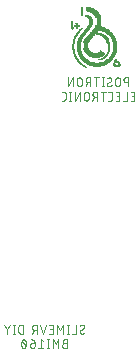
<source format=gbr>
G04 EAGLE Gerber RS-274X export*
G75*
%MOMM*%
%FSLAX34Y34*%
%LPD*%
%INSilkscreen Bottom*%
%IPPOS*%
%AMOC8*
5,1,8,0,0,1.08239X$1,22.5*%
G01*
%ADD10R,0.127000X0.025400*%
%ADD11R,0.203200X0.025400*%
%ADD12R,0.279400X0.025400*%
%ADD13R,0.177800X0.025400*%
%ADD14R,0.355600X0.025400*%
%ADD15R,0.381000X0.025400*%
%ADD16R,0.457200X0.025400*%
%ADD17R,0.736600X0.025400*%
%ADD18R,0.508000X0.025400*%
%ADD19R,0.914400X0.025400*%
%ADD20R,0.558800X0.025400*%
%ADD21R,1.092200X0.025400*%
%ADD22R,0.152400X0.025400*%
%ADD23R,0.584200X0.025400*%
%ADD24R,1.219200X0.025400*%
%ADD25R,1.371600X0.025400*%
%ADD26R,0.228600X0.025400*%
%ADD27R,1.473200X0.025400*%
%ADD28R,1.574800X0.025400*%
%ADD29R,1.651000X0.025400*%
%ADD30R,1.752600X0.025400*%
%ADD31R,1.828800X0.025400*%
%ADD32R,1.905000X0.025400*%
%ADD33R,0.889000X0.025400*%
%ADD34R,0.863600X0.025400*%
%ADD35R,0.711200X0.025400*%
%ADD36R,0.431800X0.025400*%
%ADD37R,0.685800X0.025400*%
%ADD38R,0.635000X0.025400*%
%ADD39R,0.406400X0.025400*%
%ADD40R,0.609600X0.025400*%
%ADD41R,0.330200X0.025400*%
%ADD42R,0.533400X0.025400*%
%ADD43R,0.304800X0.025400*%
%ADD44R,0.254000X0.025400*%
%ADD45R,0.482600X0.025400*%
%ADD46R,0.050800X0.025400*%
%ADD47R,0.838200X0.025400*%
%ADD48R,0.965200X0.025400*%
%ADD49R,1.041400X0.025400*%
%ADD50R,1.117600X0.025400*%
%ADD51R,1.270000X0.025400*%
%ADD52R,1.320800X0.025400*%
%ADD53R,1.422400X0.025400*%
%ADD54R,1.524000X0.025400*%
%ADD55R,1.549400X0.025400*%
%ADD56R,0.660400X0.025400*%
%ADD57R,0.101600X0.025400*%
%ADD58R,0.812800X0.025400*%
%ADD59R,1.295400X0.025400*%
%ADD60R,1.244600X0.025400*%
%ADD61R,1.193800X0.025400*%
%ADD62R,0.076200X0.025400*%
%ADD63R,1.066800X0.025400*%
%ADD64R,0.990600X0.025400*%
%ADD65R,0.025400X0.025400*%
%ADD66R,0.787400X0.025400*%
%ADD67R,0.762000X0.025400*%
%ADD68C,0.076200*%


D10*
X415290Y740410D03*
D11*
X415163Y740664D03*
D12*
X441960Y740918D03*
D13*
X414528Y740918D03*
D14*
X441833Y741172D03*
D15*
X424434Y741172D03*
D13*
X414020Y741172D03*
D16*
X441579Y741426D03*
D17*
X424434Y741426D03*
D13*
X413766Y741426D03*
D18*
X441579Y741680D03*
D19*
X424561Y741680D03*
D13*
X413258Y741680D03*
D20*
X441325Y741934D03*
D21*
X424434Y741934D03*
D22*
X412877Y741934D03*
D23*
X441452Y742188D03*
D24*
X424561Y742188D03*
D13*
X412496Y742188D03*
D22*
X443611Y742442D03*
D12*
X439674Y742442D03*
D25*
X424561Y742442D03*
D13*
X412242Y742442D03*
D22*
X443611Y742696D03*
D26*
X439420Y742696D03*
D27*
X424561Y742696D03*
D22*
X411861Y742696D03*
X443357Y742950D03*
D13*
X439166Y742950D03*
D28*
X424561Y742950D03*
D22*
X411607Y742950D03*
D13*
X443230Y743204D03*
D22*
X439039Y743204D03*
D29*
X424688Y743204D03*
D13*
X411226Y743204D03*
X443230Y743458D03*
D10*
X439166Y743458D03*
D30*
X424688Y743458D03*
D13*
X410972Y743458D03*
X442976Y743712D03*
D22*
X439293Y743712D03*
D31*
X424561Y743712D03*
D22*
X410591Y743712D03*
D11*
X442849Y743966D03*
D22*
X439293Y743966D03*
D32*
X424688Y743966D03*
D22*
X410337Y743966D03*
D11*
X442595Y744220D03*
D22*
X439547Y744220D03*
D33*
X430022Y744220D03*
D34*
X418973Y744220D03*
D22*
X410083Y744220D03*
D11*
X442341Y744474D03*
D22*
X439547Y744474D03*
D17*
X431038Y744474D03*
D35*
X417957Y744474D03*
D22*
X409829Y744474D03*
D36*
X441198Y744728D03*
D37*
X431800Y744728D03*
D38*
X417322Y744728D03*
D22*
X409575Y744728D03*
D39*
X441071Y744982D03*
D40*
X432435Y744982D03*
X416687Y744982D03*
D22*
X409321Y744982D03*
D14*
X441071Y745236D03*
D23*
X432816Y745236D03*
X416306Y745236D03*
D22*
X409067Y745236D03*
D41*
X440944Y745490D03*
D42*
X433324Y745490D03*
X415798Y745490D03*
D22*
X409067Y745490D03*
D43*
X440817Y745744D03*
D18*
X433705Y745744D03*
X415417Y745744D03*
D22*
X408813Y745744D03*
D44*
X440563Y745998D03*
D18*
X433959Y745998D03*
X415163Y745998D03*
D22*
X408559Y745998D03*
D26*
X440436Y746252D03*
D45*
X434340Y746252D03*
X414782Y746252D03*
D22*
X408305Y746252D03*
D13*
X440436Y746506D03*
D16*
X434721Y746506D03*
D45*
X414528Y746506D03*
D22*
X408051Y746506D03*
D10*
X440436Y746760D03*
D16*
X434975Y746760D03*
D10*
X425958Y746760D03*
D16*
X414147Y746760D03*
D22*
X408051Y746760D03*
D46*
X440309Y747014D03*
D16*
X435229Y747014D03*
D22*
X426847Y747014D03*
D16*
X413893Y747014D03*
D22*
X407797Y747014D03*
D36*
X435610Y747268D03*
D22*
X427863Y747268D03*
D36*
X413512Y747268D03*
D22*
X407543Y747268D03*
D36*
X435864Y747522D03*
D10*
X428498Y747522D03*
D36*
X413258Y747522D03*
D22*
X407543Y747522D03*
D39*
X435991Y747776D03*
D10*
X429006Y747776D03*
D36*
X413004Y747776D03*
D22*
X407289Y747776D03*
D39*
X436245Y748030D03*
D10*
X429514Y748030D03*
D39*
X412877Y748030D03*
D22*
X407035Y748030D03*
D39*
X436499Y748284D03*
D10*
X430022Y748284D03*
D39*
X412623Y748284D03*
D22*
X407035Y748284D03*
D15*
X436626Y748538D03*
D10*
X430276Y748538D03*
D12*
X423164Y748538D03*
D39*
X412369Y748538D03*
D22*
X406781Y748538D03*
D15*
X436880Y748792D03*
D10*
X430784Y748792D03*
D20*
X423291Y748792D03*
D15*
X412242Y748792D03*
D22*
X406781Y748792D03*
D15*
X437134Y749046D03*
D10*
X431038Y749046D03*
D35*
X423291Y749046D03*
D15*
X411988Y749046D03*
D22*
X406527Y749046D03*
D15*
X437134Y749300D03*
D10*
X431292Y749300D03*
D47*
X423164Y749300D03*
D15*
X411734Y749300D03*
D22*
X406527Y749300D03*
D15*
X437388Y749554D03*
D10*
X431546Y749554D03*
D48*
X423291Y749554D03*
D14*
X411607Y749554D03*
D22*
X406273Y749554D03*
D15*
X437642Y749808D03*
D10*
X431800Y749808D03*
D49*
X423164Y749808D03*
D15*
X411480Y749808D03*
D22*
X406273Y749808D03*
D14*
X437769Y750062D03*
D10*
X432054Y750062D03*
D50*
X423291Y750062D03*
D14*
X411353Y750062D03*
D22*
X406019Y750062D03*
D15*
X437896Y750316D03*
D10*
X432308Y750316D03*
D24*
X423291Y750316D03*
D14*
X411099Y750316D03*
D22*
X406019Y750316D03*
D14*
X438023Y750570D03*
D22*
X432435Y750570D03*
D51*
X423291Y750570D03*
D15*
X410972Y750570D03*
D10*
X405892Y750570D03*
D14*
X438277Y750824D03*
D22*
X432689Y750824D03*
D52*
X423291Y750824D03*
D14*
X410845Y750824D03*
D22*
X405765Y750824D03*
D14*
X438277Y751078D03*
D22*
X432943Y751078D03*
D25*
X423291Y751078D03*
D14*
X410591Y751078D03*
D10*
X405638Y751078D03*
D14*
X438531Y751332D03*
D13*
X433070Y751332D03*
D53*
X423291Y751332D03*
D14*
X410591Y751332D03*
D22*
X405511Y751332D03*
D41*
X438658Y751586D03*
D22*
X433197Y751586D03*
D27*
X423291Y751586D03*
D41*
X410464Y751586D03*
D22*
X405511Y751586D03*
D41*
X438658Y751840D03*
D22*
X433451Y751840D03*
D54*
X423291Y751840D03*
D14*
X410337Y751840D03*
D10*
X405384Y751840D03*
D41*
X438912Y752094D03*
D13*
X433578Y752094D03*
D28*
X423291Y752094D03*
D41*
X410210Y752094D03*
D22*
X405257Y752094D03*
D41*
X438912Y752348D03*
D22*
X433705Y752348D03*
D55*
X422910Y752348D03*
D41*
X410210Y752348D03*
D22*
X405257Y752348D03*
D14*
X439039Y752602D03*
D13*
X433832Y752602D03*
D42*
X427736Y752602D03*
D56*
X418211Y752602D03*
D41*
X409956Y752602D03*
D10*
X405130Y752602D03*
D41*
X439166Y752856D03*
D22*
X433959Y752856D03*
D36*
X427990Y752856D03*
D40*
X417703Y752856D03*
D41*
X409956Y752856D03*
D10*
X405130Y752856D03*
D41*
X439166Y753110D03*
D13*
X434086Y753110D03*
D14*
X428117Y753110D03*
D20*
X417449Y753110D03*
D41*
X409956Y753110D03*
D22*
X405003Y753110D03*
D41*
X439420Y753364D03*
D13*
X434086Y753364D03*
D12*
X428244Y753364D03*
D42*
X417068Y753364D03*
D41*
X409702Y753364D03*
D22*
X405003Y753364D03*
D41*
X439420Y753618D03*
D13*
X434340Y753618D03*
D26*
X428244Y753618D03*
D42*
X416814Y753618D03*
D41*
X409702Y753618D03*
D10*
X404876Y753618D03*
D41*
X439420Y753872D03*
D13*
X434340Y753872D03*
X428244Y753872D03*
D18*
X416687Y753872D03*
D41*
X409702Y753872D03*
D10*
X404876Y753872D03*
D43*
X439547Y754126D03*
D11*
X434467Y754126D03*
D57*
X428117Y754126D03*
D45*
X416306Y754126D03*
D43*
X409575Y754126D03*
D22*
X404749Y754126D03*
D41*
X439674Y754380D03*
D13*
X434594Y754380D03*
D46*
X428117Y754380D03*
D16*
X416179Y754380D03*
D41*
X409448Y754380D03*
D22*
X404749Y754380D03*
D41*
X439674Y754634D03*
D13*
X434594Y754634D03*
D16*
X415925Y754634D03*
D41*
X409448Y754634D03*
D22*
X404749Y754634D03*
D41*
X439674Y754888D03*
D11*
X434721Y754888D03*
D16*
X415925Y754888D03*
D41*
X409448Y754888D03*
D10*
X404622Y754888D03*
D43*
X439801Y755142D03*
D11*
X434721Y755142D03*
D16*
X415671Y755142D03*
D43*
X409321Y755142D03*
D10*
X404622Y755142D03*
D43*
X439801Y755396D03*
D11*
X434721Y755396D03*
D36*
X415544Y755396D03*
D43*
X409321Y755396D03*
D10*
X404622Y755396D03*
D43*
X439801Y755650D03*
D13*
X434848Y755650D03*
D36*
X415544Y755650D03*
D41*
X409194Y755650D03*
D22*
X404495Y755650D03*
D41*
X439928Y755904D03*
D11*
X434975Y755904D03*
D36*
X415290Y755904D03*
D41*
X409194Y755904D03*
D22*
X404495Y755904D03*
D41*
X439928Y756158D03*
D11*
X434975Y756158D03*
D39*
X415163Y756158D03*
D41*
X409194Y756158D03*
D22*
X404495Y756158D03*
D41*
X439928Y756412D03*
D11*
X434975Y756412D03*
D39*
X415163Y756412D03*
D41*
X409194Y756412D03*
D22*
X404495Y756412D03*
D43*
X440055Y756666D03*
D11*
X434975Y756666D03*
D36*
X415036Y756666D03*
D43*
X409067Y756666D03*
D22*
X404495Y756666D03*
D43*
X440055Y756920D03*
D11*
X434975Y756920D03*
D39*
X414909Y756920D03*
D43*
X409067Y756920D03*
D22*
X404495Y756920D03*
D43*
X440055Y757174D03*
D11*
X434975Y757174D03*
D39*
X414909Y757174D03*
D43*
X409067Y757174D03*
D10*
X404368Y757174D03*
D43*
X440055Y757428D03*
D11*
X434975Y757428D03*
D39*
X414909Y757428D03*
D43*
X409067Y757428D03*
D10*
X404368Y757428D03*
D43*
X440055Y757682D03*
D11*
X434975Y757682D03*
D39*
X414909Y757682D03*
D43*
X409067Y757682D03*
D10*
X404368Y757682D03*
D43*
X440055Y757936D03*
D11*
X434975Y757936D03*
D15*
X414782Y757936D03*
D43*
X409067Y757936D03*
D10*
X404368Y757936D03*
D43*
X440055Y758190D03*
D11*
X434975Y758190D03*
D15*
X414782Y758190D03*
D43*
X409067Y758190D03*
D10*
X404368Y758190D03*
D43*
X440055Y758444D03*
D11*
X434975Y758444D03*
D15*
X414782Y758444D03*
D43*
X409067Y758444D03*
D10*
X404368Y758444D03*
D43*
X440055Y758698D03*
D26*
X434848Y758698D03*
D15*
X414782Y758698D03*
D43*
X409067Y758698D03*
D10*
X404368Y758698D03*
D43*
X440055Y758952D03*
D26*
X434848Y758952D03*
D15*
X414782Y758952D03*
D43*
X409067Y758952D03*
D10*
X404368Y758952D03*
D43*
X440055Y759206D03*
D26*
X434848Y759206D03*
D15*
X414782Y759206D03*
D43*
X409067Y759206D03*
D22*
X404495Y759206D03*
D41*
X439928Y759460D03*
D26*
X434848Y759460D03*
D15*
X414782Y759460D03*
D43*
X409067Y759460D03*
D22*
X404495Y759460D03*
D41*
X439928Y759714D03*
D26*
X434848Y759714D03*
D15*
X414782Y759714D03*
D43*
X409067Y759714D03*
D22*
X404495Y759714D03*
D43*
X439801Y759968D03*
D26*
X434848Y759968D03*
D39*
X414909Y759968D03*
D41*
X409194Y759968D03*
D22*
X404495Y759968D03*
D43*
X439801Y760222D03*
D26*
X434594Y760222D03*
D39*
X414909Y760222D03*
D41*
X409194Y760222D03*
D22*
X404495Y760222D03*
D43*
X439801Y760476D03*
D26*
X434594Y760476D03*
D39*
X414909Y760476D03*
D41*
X409194Y760476D03*
D10*
X404622Y760476D03*
D43*
X439801Y760730D03*
D26*
X434594Y760730D03*
D39*
X414909Y760730D03*
D41*
X409194Y760730D03*
D10*
X404622Y760730D03*
D43*
X439801Y760984D03*
D44*
X434467Y760984D03*
D39*
X414909Y760984D03*
D43*
X409321Y760984D03*
D10*
X404622Y760984D03*
D41*
X439674Y761238D03*
D44*
X434467Y761238D03*
D36*
X415036Y761238D03*
D43*
X409321Y761238D03*
D10*
X404622Y761238D03*
D41*
X439674Y761492D03*
D26*
X434340Y761492D03*
D39*
X415163Y761492D03*
D41*
X409448Y761492D03*
D22*
X404749Y761492D03*
D43*
X439547Y761746D03*
D44*
X434213Y761746D03*
D36*
X415290Y761746D03*
D41*
X409448Y761746D03*
D22*
X404749Y761746D03*
D43*
X439547Y762000D03*
D44*
X434213Y762000D03*
D36*
X415290Y762000D03*
D41*
X409448Y762000D03*
D10*
X404876Y762000D03*
D41*
X439420Y762254D03*
D44*
X433959Y762254D03*
D36*
X415544Y762254D03*
D43*
X409575Y762254D03*
D10*
X404876Y762254D03*
D41*
X439420Y762508D03*
D44*
X433959Y762508D03*
D36*
X415544Y762508D03*
D41*
X409702Y762508D03*
D10*
X404876Y762508D03*
D43*
X439293Y762762D03*
D44*
X433705Y762762D03*
D16*
X415671Y762762D03*
D41*
X409702Y762762D03*
D22*
X405003Y762762D03*
D41*
X439166Y763016D03*
D44*
X433705Y763016D03*
D16*
X415925Y763016D03*
D14*
X409829Y763016D03*
D10*
X405130Y763016D03*
D41*
X439166Y763270D03*
D44*
X433451Y763270D03*
D45*
X416052Y763270D03*
D41*
X409956Y763270D03*
D10*
X405130Y763270D03*
D43*
X439039Y763524D03*
D44*
X433451Y763524D03*
D16*
X416179Y763524D03*
D41*
X409956Y763524D03*
D10*
X405130Y763524D03*
D41*
X438912Y763778D03*
D44*
X433197Y763778D03*
D45*
X416306Y763778D03*
D14*
X410083Y763778D03*
D22*
X405257Y763778D03*
D41*
X438912Y764032D03*
D12*
X433070Y764032D03*
D45*
X416560Y764032D03*
D41*
X410210Y764032D03*
D10*
X405384Y764032D03*
D41*
X438658Y764286D03*
D12*
X432816Y764286D03*
D18*
X416687Y764286D03*
D14*
X410337Y764286D03*
D10*
X405384Y764286D03*
D41*
X438658Y764540D03*
D12*
X432816Y764540D03*
D18*
X416941Y764540D03*
D41*
X410464Y764540D03*
D22*
X405511Y764540D03*
D14*
X438531Y764794D03*
D12*
X432562Y764794D03*
D18*
X417195Y764794D03*
D14*
X410591Y764794D03*
D10*
X405638Y764794D03*
D41*
X438404Y765048D03*
D12*
X432308Y765048D03*
D42*
X417322Y765048D03*
D41*
X410718Y765048D03*
D10*
X405638Y765048D03*
D14*
X438277Y765302D03*
D12*
X432054Y765302D03*
D42*
X417576Y765302D03*
D14*
X410845Y765302D03*
D10*
X405892Y765302D03*
D14*
X438023Y765556D03*
D12*
X431800Y765556D03*
D42*
X417830Y765556D03*
D14*
X411099Y765556D03*
D10*
X405892Y765556D03*
D14*
X438023Y765810D03*
D41*
X431546Y765810D03*
D42*
X418084Y765810D03*
D14*
X411099Y765810D03*
D22*
X406019Y765810D03*
D14*
X437769Y766064D03*
D41*
X431292Y766064D03*
D18*
X418211Y766064D03*
D14*
X411353Y766064D03*
D10*
X406146Y766064D03*
D15*
X437642Y766318D03*
D41*
X431038Y766318D03*
D18*
X418465Y766318D03*
D15*
X411480Y766318D03*
D22*
X406273Y766318D03*
D14*
X437515Y766572D03*
D43*
X430657Y766572D03*
D42*
X418592Y766572D03*
D15*
X411734Y766572D03*
D10*
X406400Y766572D03*
D15*
X437388Y766826D03*
D41*
X430276Y766826D03*
D42*
X418846Y766826D03*
D15*
X411734Y766826D03*
D22*
X406527Y766826D03*
D15*
X437134Y767080D03*
D41*
X430022Y767080D03*
D42*
X419100Y767080D03*
D15*
X411988Y767080D03*
D10*
X406654Y767080D03*
D15*
X436880Y767334D03*
D14*
X429641Y767334D03*
D42*
X419354Y767334D03*
D15*
X412242Y767334D03*
D22*
X406781Y767334D03*
D39*
X436753Y767588D03*
D14*
X429133Y767588D03*
D42*
X419608Y767588D03*
D39*
X412369Y767588D03*
D10*
X406908Y767588D03*
D39*
X436499Y767842D03*
D15*
X428752Y767842D03*
D42*
X419862Y767842D03*
D15*
X412496Y767842D03*
D10*
X407162Y767842D03*
D39*
X436245Y768096D03*
X428117Y768096D03*
D42*
X420116Y768096D03*
D15*
X412750Y768096D03*
D10*
X407162Y768096D03*
D39*
X435991Y768350D03*
D45*
X427482Y768350D03*
D42*
X420370Y768350D03*
D15*
X413004Y768350D03*
D10*
X407416Y768350D03*
D36*
X435864Y768604D03*
D23*
X426466Y768604D03*
D42*
X420624Y768604D03*
D39*
X413131Y768604D03*
D22*
X407543Y768604D03*
D36*
X435610Y768858D03*
D49*
X423418Y768858D03*
D15*
X413258Y768858D03*
D10*
X407670Y768858D03*
D16*
X435229Y769112D03*
D48*
X423291Y769112D03*
D15*
X413512Y769112D03*
D10*
X407924Y769112D03*
D16*
X434975Y769366D03*
D47*
X422910Y769366D03*
D15*
X413766Y769366D03*
D10*
X408178Y769366D03*
D16*
X434721Y769620D03*
D57*
X424815Y769620D03*
D42*
X421386Y769620D03*
D15*
X414020Y769620D03*
D10*
X408178Y769620D03*
D45*
X434340Y769874D03*
D42*
X421640Y769874D03*
D14*
X414147Y769874D03*
D10*
X408432Y769874D03*
D18*
X433959Y770128D03*
D42*
X421894Y770128D03*
D14*
X414401Y770128D03*
D10*
X408686Y770128D03*
D18*
X433705Y770382D03*
D42*
X422148Y770382D03*
D15*
X414528Y770382D03*
D10*
X408940Y770382D03*
D42*
X433324Y770636D03*
X422402Y770636D03*
D15*
X414782Y770636D03*
D10*
X408940Y770636D03*
D20*
X432943Y770890D03*
D42*
X422656Y770890D03*
D14*
X414909Y770890D03*
D10*
X409194Y770890D03*
D40*
X432435Y771144D03*
D18*
X422783Y771144D03*
D14*
X415163Y771144D03*
D10*
X409448Y771144D03*
D56*
X431927Y771398D03*
D18*
X423037Y771398D03*
D14*
X415417Y771398D03*
D10*
X409702Y771398D03*
D37*
X431292Y771652D03*
D18*
X423291Y771652D03*
D14*
X415671Y771652D03*
D10*
X409956Y771652D03*
D58*
X430403Y771906D03*
D18*
X423545Y771906D03*
D15*
X415798Y771906D03*
D10*
X410210Y771906D03*
D59*
X427736Y772160D03*
D14*
X415925Y772160D03*
D10*
X410464Y772160D03*
D60*
X427482Y772414D03*
D14*
X416179Y772414D03*
D10*
X410718Y772414D03*
D61*
X427482Y772668D03*
D14*
X416433Y772668D03*
D10*
X410972Y772668D03*
D50*
X427355Y772922D03*
D41*
X416560Y772922D03*
D10*
X411226Y772922D03*
D62*
X403860Y772922D03*
D63*
X427101Y773176D03*
D41*
X416814Y773176D03*
D10*
X411734Y773176D03*
D62*
X407924Y773176D03*
D10*
X403860Y773176D03*
D64*
X426974Y773430D03*
D43*
X416941Y773430D03*
D10*
X407924Y773430D03*
D22*
X403733Y773430D03*
D19*
X426847Y773684D03*
D41*
X417068Y773684D03*
D22*
X407797Y773684D03*
D13*
X403860Y773684D03*
D47*
X426720Y773938D03*
D41*
X417322Y773938D03*
D22*
X407797Y773938D03*
D13*
X403860Y773938D03*
D17*
X426466Y774192D03*
D43*
X417449Y774192D03*
D22*
X407797Y774192D03*
D13*
X403606Y774192D03*
D38*
X426212Y774446D03*
D43*
X417703Y774446D03*
D13*
X407670Y774446D03*
X403606Y774446D03*
D20*
X425831Y774700D03*
D43*
X417957Y774700D03*
D12*
X408178Y774700D03*
D13*
X403606Y774700D03*
D36*
X425450Y774954D03*
D43*
X418211Y774954D03*
D16*
X407543Y774954D03*
D11*
X403479Y774954D03*
D36*
X425450Y775208D03*
D43*
X418211Y775208D03*
D45*
X407416Y775208D03*
D13*
X403352Y775208D03*
D39*
X425577Y775462D03*
D43*
X418465Y775462D03*
D45*
X407416Y775462D03*
D13*
X403352Y775462D03*
D36*
X425704Y775716D03*
D12*
X418592Y775716D03*
D36*
X407670Y775716D03*
D13*
X403352Y775716D03*
D39*
X425831Y775970D03*
D12*
X418846Y775970D03*
D41*
X407416Y775970D03*
D13*
X403098Y775970D03*
D39*
X425831Y776224D03*
D12*
X418846Y776224D03*
D13*
X407416Y776224D03*
X403098Y776224D03*
D39*
X425831Y776478D03*
D12*
X419100Y776478D03*
D22*
X407289Y776478D03*
D13*
X403098Y776478D03*
D15*
X425958Y776732D03*
D12*
X419100Y776732D03*
D22*
X407289Y776732D03*
X402971Y776732D03*
D39*
X426085Y776986D03*
D44*
X419227Y776986D03*
D10*
X407162Y776986D03*
D22*
X402971Y776986D03*
D39*
X426085Y777240D03*
D12*
X419354Y777240D03*
D10*
X407162Y777240D03*
D22*
X402971Y777240D03*
D39*
X426085Y777494D03*
D12*
X419354Y777494D03*
D62*
X407162Y777494D03*
D22*
X402971Y777494D03*
D39*
X426085Y777748D03*
D12*
X419354Y777748D03*
D46*
X407035Y777748D03*
D13*
X403098Y777748D03*
D15*
X426212Y778002D03*
D12*
X419608Y778002D03*
D13*
X403098Y778002D03*
D15*
X426212Y778256D03*
D12*
X419608Y778256D03*
D22*
X403225Y778256D03*
D15*
X426212Y778510D03*
D12*
X419608Y778510D03*
D22*
X403225Y778510D03*
D15*
X426212Y778764D03*
D12*
X419608Y778764D03*
D22*
X403225Y778764D03*
D15*
X426212Y779018D03*
D12*
X419608Y779018D03*
D10*
X403352Y779018D03*
D15*
X426212Y779272D03*
D12*
X419608Y779272D03*
D57*
X403479Y779272D03*
D15*
X426212Y779526D03*
D43*
X419481Y779526D03*
D65*
X403606Y779526D03*
D15*
X426212Y779780D03*
D43*
X419481Y779780D03*
D15*
X426212Y780034D03*
D43*
X419481Y780034D03*
D15*
X426212Y780288D03*
D43*
X419481Y780288D03*
D15*
X426212Y780542D03*
D43*
X419481Y780542D03*
D39*
X426085Y780796D03*
D43*
X419227Y780796D03*
D39*
X426085Y781050D03*
D43*
X419227Y781050D03*
D39*
X426085Y781304D03*
D43*
X419227Y781304D03*
D39*
X426085Y781558D03*
D43*
X418973Y781558D03*
D39*
X425831Y781812D03*
D41*
X418846Y781812D03*
D39*
X425831Y782066D03*
D43*
X418719Y782066D03*
D39*
X425831Y782320D03*
D43*
X418465Y782320D03*
D36*
X425704Y782574D03*
D43*
X418211Y782574D03*
D39*
X425577Y782828D03*
D43*
X417957Y782828D03*
D36*
X425450Y783082D03*
D41*
X417576Y783082D03*
D36*
X425450Y783336D03*
D41*
X417322Y783336D03*
D36*
X425196Y783590D03*
D41*
X416814Y783590D03*
D36*
X425196Y783844D03*
D15*
X416052Y783844D03*
D16*
X425069Y784098D03*
D43*
X415671Y784098D03*
D13*
X411988Y784098D03*
D16*
X424815Y784352D03*
D13*
X411988Y784352D03*
D45*
X424688Y784606D03*
D13*
X411988Y784606D03*
D45*
X424434Y784860D03*
D13*
X411988Y784860D03*
D18*
X424307Y785114D03*
D13*
X411988Y785114D03*
D18*
X424053Y785368D03*
D13*
X411988Y785368D03*
D18*
X423799Y785622D03*
D13*
X411988Y785622D03*
D42*
X423672Y785876D03*
D13*
X411988Y785876D03*
D20*
X423291Y786130D03*
D13*
X411988Y786130D03*
D20*
X423037Y786384D03*
D13*
X411988Y786384D03*
D40*
X422783Y786638D03*
D13*
X411988Y786638D03*
D56*
X422275Y786892D03*
D13*
X411988Y786892D03*
D35*
X421767Y787146D03*
D13*
X411988Y787146D03*
D66*
X421132Y787400D03*
D13*
X411988Y787400D03*
D19*
X420243Y787654D03*
D13*
X411988Y787654D03*
D33*
X420116Y787908D03*
D13*
X411988Y787908D03*
D34*
X419989Y788162D03*
D13*
X411988Y788162D03*
D47*
X419862Y788416D03*
D13*
X411988Y788416D03*
D58*
X419735Y788670D03*
D13*
X411988Y788670D03*
D67*
X419481Y788924D03*
D13*
X411988Y788924D03*
D17*
X419354Y789178D03*
D13*
X411988Y789178D03*
D37*
X419100Y789432D03*
D13*
X411988Y789432D03*
D56*
X418973Y789686D03*
D13*
X411988Y789686D03*
D40*
X418719Y789940D03*
D13*
X411988Y789940D03*
D20*
X418465Y790194D03*
D13*
X411988Y790194D03*
D18*
X418211Y790448D03*
D13*
X411988Y790448D03*
D36*
X417830Y790702D03*
D13*
X411988Y790702D03*
D14*
X417449Y790956D03*
D13*
X411988Y790956D03*
D44*
X416941Y791210D03*
D13*
X411988Y791210D03*
D68*
X409831Y517130D02*
X409833Y517052D01*
X409838Y516974D01*
X409848Y516897D01*
X409861Y516820D01*
X409877Y516744D01*
X409897Y516669D01*
X409921Y516595D01*
X409948Y516522D01*
X409979Y516450D01*
X410013Y516380D01*
X410050Y516311D01*
X410091Y516245D01*
X410135Y516180D01*
X410181Y516118D01*
X410231Y516058D01*
X410283Y516000D01*
X410338Y515945D01*
X410396Y515893D01*
X410456Y515843D01*
X410518Y515797D01*
X410583Y515753D01*
X410650Y515712D01*
X410718Y515675D01*
X410788Y515641D01*
X410860Y515610D01*
X410933Y515583D01*
X411007Y515559D01*
X411082Y515539D01*
X411158Y515523D01*
X411235Y515510D01*
X411312Y515500D01*
X411390Y515495D01*
X411468Y515493D01*
X411582Y515495D01*
X411695Y515500D01*
X411809Y515510D01*
X411922Y515523D01*
X412034Y515540D01*
X412146Y515560D01*
X412257Y515584D01*
X412368Y515612D01*
X412477Y515643D01*
X412585Y515678D01*
X412692Y515717D01*
X412798Y515759D01*
X412902Y515804D01*
X413005Y515853D01*
X413106Y515906D01*
X413205Y515961D01*
X413303Y516020D01*
X413398Y516082D01*
X413491Y516147D01*
X413583Y516215D01*
X413671Y516286D01*
X413758Y516360D01*
X413842Y516437D01*
X413923Y516516D01*
X413719Y521222D02*
X413717Y521300D01*
X413712Y521378D01*
X413702Y521455D01*
X413689Y521532D01*
X413673Y521608D01*
X413653Y521683D01*
X413629Y521757D01*
X413602Y521830D01*
X413571Y521902D01*
X413537Y521972D01*
X413500Y522041D01*
X413459Y522107D01*
X413415Y522172D01*
X413369Y522234D01*
X413319Y522294D01*
X413267Y522352D01*
X413212Y522407D01*
X413154Y522459D01*
X413094Y522509D01*
X413032Y522555D01*
X412967Y522599D01*
X412901Y522640D01*
X412832Y522677D01*
X412762Y522711D01*
X412690Y522742D01*
X412617Y522769D01*
X412543Y522793D01*
X412468Y522813D01*
X412392Y522829D01*
X412315Y522842D01*
X412238Y522852D01*
X412160Y522857D01*
X412082Y522859D01*
X411972Y522857D01*
X411863Y522851D01*
X411753Y522841D01*
X411645Y522828D01*
X411536Y522810D01*
X411429Y522789D01*
X411322Y522763D01*
X411216Y522734D01*
X411111Y522702D01*
X411008Y522665D01*
X410906Y522625D01*
X410805Y522581D01*
X410706Y522533D01*
X410609Y522483D01*
X410514Y522428D01*
X410421Y522370D01*
X410330Y522309D01*
X410241Y522245D01*
X412901Y519789D02*
X412968Y519831D01*
X413033Y519875D01*
X413095Y519923D01*
X413155Y519973D01*
X413213Y520026D01*
X413268Y520082D01*
X413320Y520141D01*
X413370Y520201D01*
X413417Y520265D01*
X413460Y520330D01*
X413501Y520397D01*
X413538Y520466D01*
X413572Y520537D01*
X413603Y520609D01*
X413630Y520683D01*
X413654Y520757D01*
X413674Y520833D01*
X413690Y520910D01*
X413703Y520987D01*
X413713Y521065D01*
X413718Y521144D01*
X413720Y521222D01*
X410650Y518562D02*
X410584Y518521D01*
X410519Y518476D01*
X410457Y518429D01*
X410397Y518378D01*
X410339Y518325D01*
X410284Y518269D01*
X410231Y518211D01*
X410182Y518150D01*
X410135Y518087D01*
X410092Y518022D01*
X410051Y517955D01*
X410014Y517886D01*
X409980Y517815D01*
X409949Y517743D01*
X409922Y517669D01*
X409898Y517594D01*
X409878Y517519D01*
X409862Y517442D01*
X409849Y517365D01*
X409839Y517287D01*
X409834Y517208D01*
X409832Y517130D01*
X410650Y518562D02*
X412901Y519790D01*
X406593Y522859D02*
X406593Y515493D01*
X403319Y515493D01*
X399929Y515493D02*
X399929Y522859D01*
X400748Y515493D02*
X399111Y515493D01*
X399111Y522859D02*
X400748Y522859D01*
X395801Y522859D02*
X395801Y515493D01*
X393346Y518767D02*
X395801Y522859D01*
X393346Y518767D02*
X390890Y522859D01*
X390890Y515493D01*
X387086Y515493D02*
X383812Y515493D01*
X387086Y515493D02*
X387086Y522859D01*
X383812Y522859D01*
X384630Y519585D02*
X387086Y519585D01*
X381415Y522859D02*
X378959Y515493D01*
X376504Y522859D01*
X373395Y522859D02*
X373395Y515493D01*
X373395Y522859D02*
X371349Y522859D01*
X371260Y522857D01*
X371171Y522851D01*
X371082Y522841D01*
X370994Y522828D01*
X370906Y522811D01*
X370819Y522789D01*
X370734Y522764D01*
X370649Y522736D01*
X370566Y522703D01*
X370484Y522667D01*
X370404Y522628D01*
X370326Y522585D01*
X370250Y522539D01*
X370175Y522489D01*
X370103Y522436D01*
X370034Y522380D01*
X369967Y522321D01*
X369902Y522260D01*
X369841Y522195D01*
X369782Y522128D01*
X369726Y522059D01*
X369673Y521987D01*
X369623Y521912D01*
X369577Y521836D01*
X369534Y521758D01*
X369495Y521678D01*
X369459Y521596D01*
X369426Y521513D01*
X369398Y521428D01*
X369373Y521343D01*
X369351Y521256D01*
X369334Y521168D01*
X369321Y521080D01*
X369311Y520991D01*
X369305Y520902D01*
X369303Y520813D01*
X369305Y520724D01*
X369311Y520635D01*
X369321Y520546D01*
X369334Y520458D01*
X369351Y520370D01*
X369373Y520283D01*
X369398Y520198D01*
X369426Y520113D01*
X369459Y520030D01*
X369495Y519948D01*
X369534Y519868D01*
X369577Y519790D01*
X369623Y519714D01*
X369673Y519639D01*
X369726Y519567D01*
X369782Y519498D01*
X369841Y519431D01*
X369902Y519366D01*
X369967Y519305D01*
X370034Y519246D01*
X370103Y519190D01*
X370175Y519137D01*
X370250Y519087D01*
X370326Y519041D01*
X370404Y518998D01*
X370484Y518959D01*
X370566Y518923D01*
X370649Y518890D01*
X370734Y518862D01*
X370819Y518837D01*
X370906Y518815D01*
X370994Y518798D01*
X371082Y518785D01*
X371171Y518775D01*
X371260Y518769D01*
X371349Y518767D01*
X373395Y518767D01*
X370940Y518767D02*
X369303Y515493D01*
X361986Y515493D02*
X361986Y522859D01*
X359940Y522859D01*
X359851Y522857D01*
X359762Y522851D01*
X359673Y522841D01*
X359585Y522828D01*
X359497Y522811D01*
X359410Y522789D01*
X359325Y522764D01*
X359240Y522736D01*
X359157Y522703D01*
X359075Y522667D01*
X358995Y522628D01*
X358917Y522585D01*
X358841Y522539D01*
X358766Y522489D01*
X358694Y522436D01*
X358625Y522380D01*
X358558Y522321D01*
X358493Y522260D01*
X358432Y522195D01*
X358373Y522128D01*
X358317Y522059D01*
X358264Y521987D01*
X358214Y521912D01*
X358168Y521836D01*
X358125Y521758D01*
X358086Y521678D01*
X358050Y521596D01*
X358017Y521513D01*
X357989Y521428D01*
X357964Y521343D01*
X357942Y521256D01*
X357925Y521168D01*
X357912Y521080D01*
X357902Y520991D01*
X357896Y520902D01*
X357894Y520813D01*
X357894Y517539D01*
X357896Y517450D01*
X357902Y517361D01*
X357912Y517272D01*
X357925Y517184D01*
X357942Y517096D01*
X357964Y517009D01*
X357989Y516924D01*
X358017Y516839D01*
X358050Y516756D01*
X358086Y516674D01*
X358125Y516594D01*
X358168Y516516D01*
X358214Y516440D01*
X358264Y516365D01*
X358317Y516293D01*
X358373Y516224D01*
X358432Y516157D01*
X358493Y516092D01*
X358558Y516031D01*
X358625Y515972D01*
X358694Y515916D01*
X358766Y515863D01*
X358841Y515813D01*
X358917Y515767D01*
X358995Y515724D01*
X359075Y515685D01*
X359157Y515649D01*
X359240Y515616D01*
X359325Y515588D01*
X359410Y515563D01*
X359497Y515541D01*
X359585Y515524D01*
X359673Y515511D01*
X359762Y515501D01*
X359851Y515495D01*
X359940Y515493D01*
X361986Y515493D01*
X353844Y515493D02*
X353844Y522859D01*
X354662Y515493D02*
X353025Y515493D01*
X353025Y522859D02*
X354662Y522859D01*
X350447Y522859D02*
X347992Y519381D01*
X345536Y522859D01*
X347992Y519381D02*
X347992Y515493D01*
X397106Y507393D02*
X399152Y507393D01*
X397106Y507393D02*
X397017Y507391D01*
X396928Y507385D01*
X396839Y507375D01*
X396751Y507362D01*
X396663Y507345D01*
X396576Y507323D01*
X396491Y507298D01*
X396406Y507270D01*
X396323Y507237D01*
X396241Y507201D01*
X396161Y507162D01*
X396083Y507119D01*
X396007Y507073D01*
X395932Y507023D01*
X395860Y506970D01*
X395791Y506914D01*
X395724Y506855D01*
X395659Y506794D01*
X395598Y506729D01*
X395539Y506662D01*
X395483Y506593D01*
X395430Y506521D01*
X395380Y506446D01*
X395334Y506370D01*
X395291Y506292D01*
X395252Y506212D01*
X395216Y506130D01*
X395183Y506047D01*
X395155Y505962D01*
X395130Y505877D01*
X395108Y505790D01*
X395091Y505702D01*
X395078Y505614D01*
X395068Y505525D01*
X395062Y505436D01*
X395060Y505347D01*
X395062Y505258D01*
X395068Y505169D01*
X395078Y505080D01*
X395091Y504992D01*
X395108Y504904D01*
X395130Y504817D01*
X395155Y504732D01*
X395183Y504647D01*
X395216Y504564D01*
X395252Y504482D01*
X395291Y504402D01*
X395334Y504324D01*
X395380Y504248D01*
X395430Y504173D01*
X395483Y504101D01*
X395539Y504032D01*
X395598Y503965D01*
X395659Y503900D01*
X395724Y503839D01*
X395791Y503780D01*
X395860Y503724D01*
X395932Y503671D01*
X396007Y503621D01*
X396083Y503575D01*
X396161Y503532D01*
X396241Y503493D01*
X396323Y503457D01*
X396406Y503424D01*
X396491Y503396D01*
X396576Y503371D01*
X396663Y503349D01*
X396751Y503332D01*
X396839Y503319D01*
X396928Y503309D01*
X397017Y503303D01*
X397106Y503301D01*
X399152Y503301D01*
X399152Y510667D01*
X397106Y510667D01*
X397027Y510665D01*
X396948Y510659D01*
X396869Y510650D01*
X396791Y510637D01*
X396714Y510619D01*
X396638Y510599D01*
X396563Y510574D01*
X396489Y510546D01*
X396416Y510515D01*
X396345Y510479D01*
X396276Y510441D01*
X396209Y510399D01*
X396144Y510354D01*
X396081Y510306D01*
X396020Y510255D01*
X395963Y510201D01*
X395907Y510145D01*
X395855Y510086D01*
X395805Y510024D01*
X395759Y509960D01*
X395715Y509894D01*
X395675Y509826D01*
X395639Y509756D01*
X395605Y509684D01*
X395575Y509610D01*
X395549Y509536D01*
X395526Y509460D01*
X395508Y509383D01*
X395492Y509306D01*
X395481Y509227D01*
X395473Y509149D01*
X395469Y509070D01*
X395469Y508990D01*
X395473Y508911D01*
X395481Y508833D01*
X395492Y508754D01*
X395508Y508677D01*
X395526Y508600D01*
X395549Y508524D01*
X395575Y508450D01*
X395605Y508376D01*
X395639Y508304D01*
X395675Y508234D01*
X395715Y508166D01*
X395759Y508100D01*
X395805Y508036D01*
X395855Y507974D01*
X395907Y507915D01*
X395963Y507859D01*
X396020Y507805D01*
X396081Y507754D01*
X396144Y507706D01*
X396209Y507661D01*
X396276Y507619D01*
X396345Y507581D01*
X396416Y507545D01*
X396489Y507514D01*
X396563Y507486D01*
X396638Y507461D01*
X396714Y507441D01*
X396791Y507423D01*
X396869Y507410D01*
X396948Y507401D01*
X397027Y507395D01*
X397106Y507393D01*
X391876Y510667D02*
X391876Y503301D01*
X389421Y506575D02*
X391876Y510667D01*
X389421Y506575D02*
X386965Y510667D01*
X386965Y503301D01*
X382837Y503301D02*
X382837Y510667D01*
X383655Y503301D02*
X382018Y503301D01*
X382018Y510667D02*
X383655Y510667D01*
X379031Y509030D02*
X376985Y510667D01*
X376985Y503301D01*
X379031Y503301D02*
X374939Y503301D01*
X371716Y507393D02*
X369260Y507393D01*
X369180Y507391D01*
X369100Y507385D01*
X369020Y507375D01*
X368941Y507362D01*
X368862Y507344D01*
X368785Y507323D01*
X368709Y507297D01*
X368634Y507268D01*
X368560Y507236D01*
X368488Y507200D01*
X368418Y507160D01*
X368351Y507117D01*
X368285Y507071D01*
X368222Y507021D01*
X368161Y506969D01*
X368102Y506914D01*
X368047Y506855D01*
X367995Y506795D01*
X367945Y506731D01*
X367899Y506665D01*
X367856Y506598D01*
X367816Y506528D01*
X367780Y506456D01*
X367748Y506382D01*
X367719Y506308D01*
X367693Y506231D01*
X367672Y506154D01*
X367654Y506075D01*
X367641Y505996D01*
X367631Y505916D01*
X367625Y505836D01*
X367623Y505756D01*
X367623Y505347D01*
X367625Y505258D01*
X367631Y505169D01*
X367641Y505080D01*
X367654Y504992D01*
X367671Y504904D01*
X367693Y504817D01*
X367718Y504732D01*
X367746Y504647D01*
X367779Y504564D01*
X367815Y504482D01*
X367854Y504402D01*
X367897Y504324D01*
X367943Y504248D01*
X367993Y504173D01*
X368046Y504101D01*
X368102Y504032D01*
X368161Y503965D01*
X368222Y503900D01*
X368287Y503839D01*
X368354Y503780D01*
X368423Y503724D01*
X368495Y503671D01*
X368570Y503621D01*
X368646Y503575D01*
X368724Y503532D01*
X368804Y503493D01*
X368886Y503457D01*
X368969Y503424D01*
X369054Y503396D01*
X369139Y503371D01*
X369226Y503349D01*
X369314Y503332D01*
X369402Y503319D01*
X369491Y503309D01*
X369580Y503303D01*
X369669Y503301D01*
X369758Y503303D01*
X369847Y503309D01*
X369936Y503319D01*
X370024Y503332D01*
X370112Y503349D01*
X370199Y503371D01*
X370284Y503396D01*
X370369Y503424D01*
X370452Y503457D01*
X370534Y503493D01*
X370614Y503532D01*
X370692Y503575D01*
X370768Y503621D01*
X370843Y503671D01*
X370915Y503724D01*
X370984Y503780D01*
X371051Y503839D01*
X371116Y503900D01*
X371177Y503965D01*
X371236Y504032D01*
X371292Y504101D01*
X371345Y504173D01*
X371395Y504248D01*
X371441Y504324D01*
X371484Y504402D01*
X371523Y504482D01*
X371559Y504564D01*
X371592Y504647D01*
X371620Y504732D01*
X371645Y504817D01*
X371667Y504904D01*
X371684Y504992D01*
X371697Y505080D01*
X371707Y505169D01*
X371713Y505258D01*
X371715Y505347D01*
X371716Y505347D02*
X371716Y507393D01*
X371714Y507505D01*
X371708Y507616D01*
X371699Y507728D01*
X371686Y507839D01*
X371668Y507949D01*
X371648Y508059D01*
X371623Y508168D01*
X371595Y508276D01*
X371563Y508383D01*
X371527Y508489D01*
X371488Y508594D01*
X371445Y508697D01*
X371399Y508799D01*
X371349Y508899D01*
X371296Y508998D01*
X371239Y509094D01*
X371180Y509189D01*
X371117Y509281D01*
X371051Y509371D01*
X370982Y509459D01*
X370910Y509545D01*
X370835Y509628D01*
X370757Y509708D01*
X370677Y509786D01*
X370594Y509861D01*
X370508Y509933D01*
X370420Y510002D01*
X370330Y510068D01*
X370238Y510131D01*
X370143Y510190D01*
X370047Y510247D01*
X369948Y510300D01*
X369848Y510350D01*
X369746Y510396D01*
X369643Y510439D01*
X369538Y510478D01*
X369432Y510514D01*
X369325Y510546D01*
X369217Y510574D01*
X369108Y510599D01*
X368998Y510619D01*
X368888Y510637D01*
X368777Y510650D01*
X368665Y510659D01*
X368554Y510665D01*
X368442Y510667D01*
X363786Y509644D02*
X363852Y509505D01*
X363913Y509366D01*
X363972Y509224D01*
X364026Y509081D01*
X364077Y508937D01*
X364125Y508792D01*
X364168Y508645D01*
X364208Y508497D01*
X364245Y508349D01*
X364277Y508199D01*
X364306Y508049D01*
X364331Y507898D01*
X364352Y507747D01*
X364369Y507595D01*
X364383Y507442D01*
X364392Y507290D01*
X364398Y507137D01*
X364400Y506984D01*
X363786Y509644D02*
X363760Y509714D01*
X363730Y509783D01*
X363698Y509851D01*
X363661Y509917D01*
X363622Y509981D01*
X363579Y510043D01*
X363534Y510102D01*
X363485Y510160D01*
X363434Y510214D01*
X363380Y510267D01*
X363323Y510316D01*
X363264Y510363D01*
X363203Y510406D01*
X363140Y510447D01*
X363075Y510484D01*
X363008Y510519D01*
X362939Y510549D01*
X362869Y510577D01*
X362798Y510600D01*
X362726Y510621D01*
X362653Y510637D01*
X362579Y510650D01*
X362504Y510660D01*
X362429Y510665D01*
X362354Y510667D01*
X362279Y510665D01*
X362204Y510660D01*
X362129Y510650D01*
X362055Y510637D01*
X361982Y510621D01*
X361910Y510600D01*
X361839Y510577D01*
X361769Y510549D01*
X361700Y510519D01*
X361633Y510484D01*
X361568Y510447D01*
X361505Y510406D01*
X361444Y510363D01*
X361385Y510316D01*
X361328Y510267D01*
X361274Y510214D01*
X361223Y510160D01*
X361175Y510102D01*
X361129Y510043D01*
X361086Y509981D01*
X361047Y509917D01*
X361011Y509851D01*
X360978Y509784D01*
X360948Y509714D01*
X360922Y509644D01*
X360857Y509506D01*
X360795Y509366D01*
X360737Y509224D01*
X360682Y509081D01*
X360631Y508937D01*
X360583Y508792D01*
X360540Y508645D01*
X360500Y508498D01*
X360463Y508349D01*
X360431Y508199D01*
X360402Y508049D01*
X360377Y507898D01*
X360356Y507747D01*
X360339Y507595D01*
X360325Y507442D01*
X360316Y507290D01*
X360310Y507137D01*
X360308Y506984D01*
X364401Y506984D02*
X364399Y506831D01*
X364393Y506678D01*
X364384Y506525D01*
X364370Y506373D01*
X364353Y506221D01*
X364332Y506070D01*
X364307Y505919D01*
X364278Y505768D01*
X364246Y505619D01*
X364209Y505470D01*
X364169Y505323D01*
X364126Y505176D01*
X364078Y505031D01*
X364027Y504886D01*
X363972Y504744D01*
X363914Y504602D01*
X363852Y504462D01*
X363787Y504324D01*
X363786Y504324D02*
X363760Y504254D01*
X363730Y504184D01*
X363698Y504117D01*
X363661Y504051D01*
X363622Y503987D01*
X363579Y503925D01*
X363533Y503866D01*
X363485Y503808D01*
X363434Y503754D01*
X363380Y503701D01*
X363323Y503652D01*
X363264Y503605D01*
X363203Y503562D01*
X363140Y503521D01*
X363075Y503484D01*
X363008Y503449D01*
X362939Y503419D01*
X362869Y503391D01*
X362798Y503368D01*
X362726Y503347D01*
X362653Y503331D01*
X362579Y503318D01*
X362504Y503308D01*
X362429Y503303D01*
X362354Y503301D01*
X360922Y504324D02*
X360857Y504462D01*
X360795Y504602D01*
X360737Y504744D01*
X360682Y504887D01*
X360631Y505031D01*
X360583Y505176D01*
X360540Y505323D01*
X360500Y505471D01*
X360463Y505619D01*
X360431Y505769D01*
X360402Y505919D01*
X360377Y506070D01*
X360356Y506221D01*
X360339Y506373D01*
X360325Y506526D01*
X360316Y506678D01*
X360310Y506831D01*
X360308Y506984D01*
X360922Y504324D02*
X360948Y504253D01*
X360978Y504184D01*
X361011Y504117D01*
X361047Y504051D01*
X361086Y503987D01*
X361129Y503925D01*
X361175Y503866D01*
X361223Y503808D01*
X361274Y503754D01*
X361328Y503701D01*
X361385Y503652D01*
X361444Y503605D01*
X361505Y503562D01*
X361568Y503521D01*
X361633Y503484D01*
X361700Y503449D01*
X361769Y503419D01*
X361839Y503391D01*
X361910Y503368D01*
X361982Y503347D01*
X362055Y503331D01*
X362129Y503318D01*
X362204Y503308D01*
X362279Y503303D01*
X362354Y503301D01*
X363991Y504938D02*
X360717Y509030D01*
X450968Y725043D02*
X450968Y732409D01*
X448922Y732409D01*
X448833Y732407D01*
X448744Y732401D01*
X448655Y732391D01*
X448567Y732378D01*
X448479Y732361D01*
X448392Y732339D01*
X448307Y732314D01*
X448222Y732286D01*
X448139Y732253D01*
X448057Y732217D01*
X447977Y732178D01*
X447899Y732135D01*
X447823Y732089D01*
X447748Y732039D01*
X447676Y731986D01*
X447607Y731930D01*
X447540Y731871D01*
X447475Y731810D01*
X447414Y731745D01*
X447355Y731678D01*
X447299Y731609D01*
X447246Y731537D01*
X447196Y731462D01*
X447150Y731386D01*
X447107Y731308D01*
X447068Y731228D01*
X447032Y731146D01*
X446999Y731063D01*
X446971Y730978D01*
X446946Y730893D01*
X446924Y730806D01*
X446907Y730718D01*
X446894Y730630D01*
X446884Y730541D01*
X446878Y730452D01*
X446876Y730363D01*
X446878Y730274D01*
X446884Y730185D01*
X446894Y730096D01*
X446907Y730008D01*
X446924Y729920D01*
X446946Y729833D01*
X446971Y729748D01*
X446999Y729663D01*
X447032Y729580D01*
X447068Y729498D01*
X447107Y729418D01*
X447150Y729340D01*
X447196Y729264D01*
X447246Y729189D01*
X447299Y729117D01*
X447355Y729048D01*
X447414Y728981D01*
X447475Y728916D01*
X447540Y728855D01*
X447607Y728796D01*
X447676Y728740D01*
X447748Y728687D01*
X447823Y728637D01*
X447899Y728591D01*
X447977Y728548D01*
X448057Y728509D01*
X448139Y728473D01*
X448222Y728440D01*
X448307Y728412D01*
X448392Y728387D01*
X448479Y728365D01*
X448567Y728348D01*
X448655Y728335D01*
X448744Y728325D01*
X448833Y728319D01*
X448922Y728317D01*
X450968Y728317D01*
X444014Y727089D02*
X444014Y730363D01*
X444012Y730452D01*
X444006Y730541D01*
X443996Y730630D01*
X443983Y730718D01*
X443966Y730806D01*
X443944Y730893D01*
X443919Y730978D01*
X443891Y731063D01*
X443858Y731146D01*
X443822Y731228D01*
X443783Y731308D01*
X443740Y731386D01*
X443694Y731462D01*
X443644Y731537D01*
X443591Y731609D01*
X443535Y731678D01*
X443476Y731745D01*
X443415Y731810D01*
X443350Y731871D01*
X443283Y731930D01*
X443214Y731986D01*
X443142Y732039D01*
X443067Y732089D01*
X442991Y732135D01*
X442913Y732178D01*
X442833Y732217D01*
X442751Y732253D01*
X442668Y732286D01*
X442583Y732314D01*
X442498Y732339D01*
X442411Y732361D01*
X442323Y732378D01*
X442235Y732391D01*
X442146Y732401D01*
X442057Y732407D01*
X441968Y732409D01*
X441879Y732407D01*
X441790Y732401D01*
X441701Y732391D01*
X441613Y732378D01*
X441525Y732361D01*
X441438Y732339D01*
X441353Y732314D01*
X441268Y732286D01*
X441185Y732253D01*
X441103Y732217D01*
X441023Y732178D01*
X440945Y732135D01*
X440869Y732089D01*
X440794Y732039D01*
X440722Y731986D01*
X440653Y731930D01*
X440586Y731871D01*
X440521Y731810D01*
X440460Y731745D01*
X440401Y731678D01*
X440345Y731609D01*
X440292Y731537D01*
X440242Y731462D01*
X440196Y731386D01*
X440153Y731308D01*
X440114Y731228D01*
X440078Y731146D01*
X440045Y731063D01*
X440017Y730978D01*
X439992Y730893D01*
X439970Y730806D01*
X439953Y730718D01*
X439940Y730630D01*
X439930Y730541D01*
X439924Y730452D01*
X439922Y730363D01*
X439922Y727089D01*
X439924Y727000D01*
X439930Y726911D01*
X439940Y726822D01*
X439953Y726734D01*
X439970Y726646D01*
X439992Y726559D01*
X440017Y726474D01*
X440045Y726389D01*
X440078Y726306D01*
X440114Y726224D01*
X440153Y726144D01*
X440196Y726066D01*
X440242Y725990D01*
X440292Y725915D01*
X440345Y725843D01*
X440401Y725774D01*
X440460Y725707D01*
X440521Y725642D01*
X440586Y725581D01*
X440653Y725522D01*
X440722Y725466D01*
X440794Y725413D01*
X440869Y725363D01*
X440945Y725317D01*
X441023Y725274D01*
X441103Y725235D01*
X441185Y725199D01*
X441268Y725166D01*
X441353Y725138D01*
X441438Y725113D01*
X441525Y725091D01*
X441613Y725074D01*
X441701Y725061D01*
X441790Y725051D01*
X441879Y725045D01*
X441968Y725043D01*
X442057Y725045D01*
X442146Y725051D01*
X442235Y725061D01*
X442323Y725074D01*
X442411Y725091D01*
X442498Y725113D01*
X442583Y725138D01*
X442668Y725166D01*
X442751Y725199D01*
X442833Y725235D01*
X442913Y725274D01*
X442991Y725317D01*
X443067Y725363D01*
X443142Y725413D01*
X443214Y725466D01*
X443283Y725522D01*
X443350Y725581D01*
X443415Y725642D01*
X443476Y725707D01*
X443535Y725774D01*
X443591Y725843D01*
X443644Y725915D01*
X443694Y725990D01*
X443740Y726066D01*
X443783Y726144D01*
X443822Y726224D01*
X443858Y726306D01*
X443891Y726389D01*
X443919Y726474D01*
X443944Y726559D01*
X443966Y726646D01*
X443983Y726734D01*
X443996Y726822D01*
X444006Y726911D01*
X444012Y727000D01*
X444014Y727089D01*
X434487Y725043D02*
X434409Y725045D01*
X434331Y725050D01*
X434254Y725060D01*
X434177Y725073D01*
X434101Y725089D01*
X434026Y725109D01*
X433952Y725133D01*
X433879Y725160D01*
X433807Y725191D01*
X433737Y725225D01*
X433669Y725262D01*
X433602Y725303D01*
X433537Y725347D01*
X433475Y725393D01*
X433415Y725443D01*
X433357Y725495D01*
X433302Y725550D01*
X433250Y725608D01*
X433200Y725668D01*
X433154Y725730D01*
X433110Y725795D01*
X433069Y725861D01*
X433032Y725930D01*
X432998Y726000D01*
X432967Y726072D01*
X432940Y726145D01*
X432916Y726219D01*
X432896Y726294D01*
X432880Y726370D01*
X432867Y726447D01*
X432857Y726524D01*
X432852Y726602D01*
X432850Y726680D01*
X434487Y725043D02*
X434601Y725045D01*
X434714Y725050D01*
X434828Y725060D01*
X434941Y725073D01*
X435053Y725090D01*
X435165Y725110D01*
X435276Y725134D01*
X435387Y725162D01*
X435496Y725193D01*
X435604Y725228D01*
X435711Y725267D01*
X435817Y725309D01*
X435921Y725354D01*
X436024Y725403D01*
X436125Y725456D01*
X436224Y725511D01*
X436322Y725570D01*
X436417Y725632D01*
X436510Y725697D01*
X436602Y725765D01*
X436690Y725836D01*
X436777Y725910D01*
X436861Y725987D01*
X436942Y726066D01*
X436738Y730772D02*
X436736Y730850D01*
X436731Y730928D01*
X436721Y731005D01*
X436708Y731082D01*
X436692Y731158D01*
X436672Y731233D01*
X436648Y731307D01*
X436621Y731380D01*
X436590Y731452D01*
X436556Y731522D01*
X436519Y731591D01*
X436478Y731657D01*
X436434Y731722D01*
X436388Y731784D01*
X436338Y731844D01*
X436286Y731902D01*
X436231Y731957D01*
X436173Y732009D01*
X436113Y732059D01*
X436051Y732105D01*
X435986Y732149D01*
X435920Y732190D01*
X435851Y732227D01*
X435781Y732261D01*
X435709Y732292D01*
X435636Y732319D01*
X435562Y732343D01*
X435487Y732363D01*
X435411Y732379D01*
X435334Y732392D01*
X435257Y732402D01*
X435179Y732407D01*
X435101Y732409D01*
X434991Y732407D01*
X434882Y732401D01*
X434772Y732391D01*
X434664Y732378D01*
X434555Y732360D01*
X434448Y732339D01*
X434341Y732313D01*
X434235Y732284D01*
X434130Y732252D01*
X434027Y732215D01*
X433925Y732175D01*
X433824Y732131D01*
X433725Y732083D01*
X433628Y732033D01*
X433533Y731978D01*
X433440Y731920D01*
X433349Y731859D01*
X433260Y731795D01*
X435920Y729339D02*
X435987Y729381D01*
X436052Y729425D01*
X436114Y729473D01*
X436174Y729523D01*
X436232Y729576D01*
X436287Y729632D01*
X436339Y729691D01*
X436389Y729751D01*
X436436Y729815D01*
X436479Y729880D01*
X436520Y729947D01*
X436557Y730016D01*
X436591Y730087D01*
X436622Y730159D01*
X436649Y730233D01*
X436673Y730307D01*
X436693Y730383D01*
X436709Y730460D01*
X436722Y730537D01*
X436732Y730615D01*
X436737Y730694D01*
X436739Y730772D01*
X433669Y728112D02*
X433603Y728071D01*
X433538Y728026D01*
X433476Y727979D01*
X433416Y727928D01*
X433358Y727875D01*
X433303Y727819D01*
X433250Y727761D01*
X433201Y727700D01*
X433154Y727637D01*
X433111Y727572D01*
X433070Y727505D01*
X433033Y727436D01*
X432999Y727365D01*
X432968Y727293D01*
X432941Y727219D01*
X432917Y727144D01*
X432897Y727069D01*
X432881Y726992D01*
X432868Y726915D01*
X432858Y726837D01*
X432853Y726758D01*
X432851Y726680D01*
X433669Y728112D02*
X435920Y729340D01*
X429288Y732409D02*
X429288Y725043D01*
X428470Y725043D02*
X430107Y725043D01*
X430107Y732409D02*
X428470Y732409D01*
X423924Y732409D02*
X423924Y725043D01*
X425970Y732409D02*
X421878Y732409D01*
X418847Y732409D02*
X418847Y725043D01*
X418847Y732409D02*
X416801Y732409D01*
X416712Y732407D01*
X416623Y732401D01*
X416534Y732391D01*
X416446Y732378D01*
X416358Y732361D01*
X416271Y732339D01*
X416186Y732314D01*
X416101Y732286D01*
X416018Y732253D01*
X415936Y732217D01*
X415856Y732178D01*
X415778Y732135D01*
X415702Y732089D01*
X415627Y732039D01*
X415555Y731986D01*
X415486Y731930D01*
X415419Y731871D01*
X415354Y731810D01*
X415293Y731745D01*
X415234Y731678D01*
X415178Y731609D01*
X415125Y731537D01*
X415075Y731462D01*
X415029Y731386D01*
X414986Y731308D01*
X414947Y731228D01*
X414911Y731146D01*
X414878Y731063D01*
X414850Y730978D01*
X414825Y730893D01*
X414803Y730806D01*
X414786Y730718D01*
X414773Y730630D01*
X414763Y730541D01*
X414757Y730452D01*
X414755Y730363D01*
X414757Y730274D01*
X414763Y730185D01*
X414773Y730096D01*
X414786Y730008D01*
X414803Y729920D01*
X414825Y729833D01*
X414850Y729748D01*
X414878Y729663D01*
X414911Y729580D01*
X414947Y729498D01*
X414986Y729418D01*
X415029Y729340D01*
X415075Y729264D01*
X415125Y729189D01*
X415178Y729117D01*
X415234Y729048D01*
X415293Y728981D01*
X415354Y728916D01*
X415419Y728855D01*
X415486Y728796D01*
X415555Y728740D01*
X415627Y728687D01*
X415702Y728637D01*
X415778Y728591D01*
X415856Y728548D01*
X415936Y728509D01*
X416018Y728473D01*
X416101Y728440D01*
X416186Y728412D01*
X416271Y728387D01*
X416358Y728365D01*
X416446Y728348D01*
X416534Y728335D01*
X416623Y728325D01*
X416712Y728319D01*
X416801Y728317D01*
X418847Y728317D01*
X416392Y728317D02*
X414755Y725043D01*
X411583Y727089D02*
X411583Y730363D01*
X411581Y730452D01*
X411575Y730541D01*
X411565Y730630D01*
X411552Y730718D01*
X411535Y730806D01*
X411513Y730893D01*
X411488Y730978D01*
X411460Y731063D01*
X411427Y731146D01*
X411391Y731228D01*
X411352Y731308D01*
X411309Y731386D01*
X411263Y731462D01*
X411213Y731537D01*
X411160Y731609D01*
X411104Y731678D01*
X411045Y731745D01*
X410984Y731810D01*
X410919Y731871D01*
X410852Y731930D01*
X410783Y731986D01*
X410711Y732039D01*
X410636Y732089D01*
X410560Y732135D01*
X410482Y732178D01*
X410402Y732217D01*
X410320Y732253D01*
X410237Y732286D01*
X410152Y732314D01*
X410067Y732339D01*
X409980Y732361D01*
X409892Y732378D01*
X409804Y732391D01*
X409715Y732401D01*
X409626Y732407D01*
X409537Y732409D01*
X409448Y732407D01*
X409359Y732401D01*
X409270Y732391D01*
X409182Y732378D01*
X409094Y732361D01*
X409007Y732339D01*
X408922Y732314D01*
X408837Y732286D01*
X408754Y732253D01*
X408672Y732217D01*
X408592Y732178D01*
X408514Y732135D01*
X408438Y732089D01*
X408363Y732039D01*
X408291Y731986D01*
X408222Y731930D01*
X408155Y731871D01*
X408090Y731810D01*
X408029Y731745D01*
X407970Y731678D01*
X407914Y731609D01*
X407861Y731537D01*
X407811Y731462D01*
X407765Y731386D01*
X407722Y731308D01*
X407683Y731228D01*
X407647Y731146D01*
X407614Y731063D01*
X407586Y730978D01*
X407561Y730893D01*
X407539Y730806D01*
X407522Y730718D01*
X407509Y730630D01*
X407499Y730541D01*
X407493Y730452D01*
X407491Y730363D01*
X407491Y727089D01*
X407493Y727000D01*
X407499Y726911D01*
X407509Y726822D01*
X407522Y726734D01*
X407539Y726646D01*
X407561Y726559D01*
X407586Y726474D01*
X407614Y726389D01*
X407647Y726306D01*
X407683Y726224D01*
X407722Y726144D01*
X407765Y726066D01*
X407811Y725990D01*
X407861Y725915D01*
X407914Y725843D01*
X407970Y725774D01*
X408029Y725707D01*
X408090Y725642D01*
X408155Y725581D01*
X408222Y725522D01*
X408291Y725466D01*
X408363Y725413D01*
X408438Y725363D01*
X408514Y725317D01*
X408592Y725274D01*
X408672Y725235D01*
X408754Y725199D01*
X408837Y725166D01*
X408922Y725138D01*
X409007Y725113D01*
X409094Y725091D01*
X409182Y725074D01*
X409270Y725061D01*
X409359Y725051D01*
X409448Y725045D01*
X409537Y725043D01*
X409626Y725045D01*
X409715Y725051D01*
X409804Y725061D01*
X409892Y725074D01*
X409980Y725091D01*
X410067Y725113D01*
X410152Y725138D01*
X410237Y725166D01*
X410320Y725199D01*
X410402Y725235D01*
X410482Y725274D01*
X410560Y725317D01*
X410636Y725363D01*
X410711Y725413D01*
X410783Y725466D01*
X410852Y725522D01*
X410919Y725581D01*
X410984Y725642D01*
X411045Y725707D01*
X411104Y725774D01*
X411160Y725843D01*
X411213Y725915D01*
X411263Y725990D01*
X411309Y726066D01*
X411352Y726144D01*
X411391Y726224D01*
X411427Y726306D01*
X411460Y726389D01*
X411488Y726474D01*
X411513Y726559D01*
X411535Y726646D01*
X411552Y726734D01*
X411565Y726822D01*
X411575Y726911D01*
X411581Y727000D01*
X411583Y727089D01*
X404024Y725043D02*
X404024Y732409D01*
X399932Y725043D01*
X399932Y732409D01*
X452933Y712851D02*
X456206Y712851D01*
X456206Y720217D01*
X452933Y720217D01*
X453751Y716943D02*
X456206Y716943D01*
X449866Y720217D02*
X449866Y712851D01*
X446593Y712851D01*
X443527Y712851D02*
X440253Y712851D01*
X443527Y712851D02*
X443527Y720217D01*
X440253Y720217D01*
X441071Y716943D02*
X443527Y716943D01*
X435833Y712851D02*
X434196Y712851D01*
X435833Y712851D02*
X435911Y712853D01*
X435989Y712858D01*
X436066Y712868D01*
X436143Y712881D01*
X436219Y712897D01*
X436294Y712917D01*
X436368Y712941D01*
X436441Y712968D01*
X436513Y712999D01*
X436583Y713033D01*
X436652Y713070D01*
X436718Y713111D01*
X436783Y713155D01*
X436845Y713201D01*
X436905Y713251D01*
X436963Y713303D01*
X437018Y713358D01*
X437070Y713416D01*
X437120Y713476D01*
X437166Y713538D01*
X437210Y713603D01*
X437251Y713670D01*
X437288Y713738D01*
X437322Y713808D01*
X437353Y713880D01*
X437380Y713953D01*
X437404Y714027D01*
X437424Y714102D01*
X437440Y714178D01*
X437453Y714255D01*
X437463Y714332D01*
X437468Y714410D01*
X437470Y714488D01*
X437469Y714488D02*
X437469Y718580D01*
X437470Y718580D02*
X437468Y718658D01*
X437463Y718736D01*
X437453Y718813D01*
X437440Y718890D01*
X437424Y718966D01*
X437404Y719041D01*
X437380Y719115D01*
X437353Y719188D01*
X437322Y719260D01*
X437288Y719330D01*
X437251Y719399D01*
X437210Y719465D01*
X437166Y719530D01*
X437120Y719592D01*
X437070Y719652D01*
X437018Y719710D01*
X436963Y719765D01*
X436905Y719817D01*
X436845Y719867D01*
X436783Y719913D01*
X436718Y719957D01*
X436652Y719998D01*
X436583Y720035D01*
X436513Y720069D01*
X436441Y720100D01*
X436368Y720127D01*
X436294Y720151D01*
X436219Y720171D01*
X436143Y720187D01*
X436066Y720200D01*
X435989Y720210D01*
X435911Y720215D01*
X435833Y720217D01*
X434196Y720217D01*
X429792Y720217D02*
X429792Y712851D01*
X431838Y720217D02*
X427746Y720217D01*
X424716Y720217D02*
X424716Y712851D01*
X424716Y720217D02*
X422669Y720217D01*
X422580Y720215D01*
X422491Y720209D01*
X422402Y720199D01*
X422314Y720186D01*
X422226Y720169D01*
X422139Y720147D01*
X422054Y720122D01*
X421969Y720094D01*
X421886Y720061D01*
X421804Y720025D01*
X421724Y719986D01*
X421646Y719943D01*
X421570Y719897D01*
X421495Y719847D01*
X421423Y719794D01*
X421354Y719738D01*
X421287Y719679D01*
X421222Y719618D01*
X421161Y719553D01*
X421102Y719486D01*
X421046Y719417D01*
X420993Y719345D01*
X420943Y719270D01*
X420897Y719194D01*
X420854Y719116D01*
X420815Y719036D01*
X420779Y718954D01*
X420746Y718871D01*
X420718Y718786D01*
X420693Y718701D01*
X420671Y718614D01*
X420654Y718526D01*
X420641Y718438D01*
X420631Y718349D01*
X420625Y718260D01*
X420623Y718171D01*
X420625Y718082D01*
X420631Y717993D01*
X420641Y717904D01*
X420654Y717816D01*
X420671Y717728D01*
X420693Y717641D01*
X420718Y717556D01*
X420746Y717471D01*
X420779Y717388D01*
X420815Y717306D01*
X420854Y717226D01*
X420897Y717148D01*
X420943Y717072D01*
X420993Y716997D01*
X421046Y716925D01*
X421102Y716856D01*
X421161Y716789D01*
X421222Y716724D01*
X421287Y716663D01*
X421354Y716604D01*
X421423Y716548D01*
X421495Y716495D01*
X421570Y716445D01*
X421646Y716399D01*
X421724Y716356D01*
X421804Y716317D01*
X421886Y716281D01*
X421969Y716248D01*
X422054Y716220D01*
X422139Y716195D01*
X422226Y716173D01*
X422314Y716156D01*
X422402Y716143D01*
X422491Y716133D01*
X422580Y716127D01*
X422669Y716125D01*
X424716Y716125D01*
X422260Y716125D02*
X420623Y712851D01*
X417452Y714897D02*
X417452Y718171D01*
X417451Y718171D02*
X417449Y718260D01*
X417443Y718349D01*
X417433Y718438D01*
X417420Y718526D01*
X417403Y718614D01*
X417381Y718701D01*
X417356Y718786D01*
X417328Y718871D01*
X417295Y718954D01*
X417259Y719036D01*
X417220Y719116D01*
X417177Y719194D01*
X417131Y719270D01*
X417081Y719345D01*
X417028Y719417D01*
X416972Y719486D01*
X416913Y719553D01*
X416852Y719618D01*
X416787Y719679D01*
X416720Y719738D01*
X416651Y719794D01*
X416579Y719847D01*
X416504Y719897D01*
X416428Y719943D01*
X416350Y719986D01*
X416270Y720025D01*
X416188Y720061D01*
X416105Y720094D01*
X416020Y720122D01*
X415935Y720147D01*
X415848Y720169D01*
X415760Y720186D01*
X415672Y720199D01*
X415583Y720209D01*
X415494Y720215D01*
X415405Y720217D01*
X415316Y720215D01*
X415227Y720209D01*
X415138Y720199D01*
X415050Y720186D01*
X414962Y720169D01*
X414875Y720147D01*
X414790Y720122D01*
X414705Y720094D01*
X414622Y720061D01*
X414540Y720025D01*
X414460Y719986D01*
X414382Y719943D01*
X414306Y719897D01*
X414231Y719847D01*
X414159Y719794D01*
X414090Y719738D01*
X414023Y719679D01*
X413958Y719618D01*
X413897Y719553D01*
X413838Y719486D01*
X413782Y719417D01*
X413729Y719345D01*
X413679Y719270D01*
X413633Y719194D01*
X413590Y719116D01*
X413551Y719036D01*
X413515Y718954D01*
X413482Y718871D01*
X413454Y718786D01*
X413429Y718701D01*
X413407Y718614D01*
X413390Y718526D01*
X413377Y718438D01*
X413367Y718349D01*
X413361Y718260D01*
X413359Y718171D01*
X413359Y714897D01*
X413361Y714808D01*
X413367Y714719D01*
X413377Y714630D01*
X413390Y714542D01*
X413407Y714454D01*
X413429Y714367D01*
X413454Y714282D01*
X413482Y714197D01*
X413515Y714114D01*
X413551Y714032D01*
X413590Y713952D01*
X413633Y713874D01*
X413679Y713798D01*
X413729Y713723D01*
X413782Y713651D01*
X413838Y713582D01*
X413897Y713515D01*
X413958Y713450D01*
X414023Y713389D01*
X414090Y713330D01*
X414159Y713274D01*
X414231Y713221D01*
X414306Y713171D01*
X414382Y713125D01*
X414460Y713082D01*
X414540Y713043D01*
X414622Y713007D01*
X414705Y712974D01*
X414790Y712946D01*
X414875Y712921D01*
X414962Y712899D01*
X415050Y712882D01*
X415138Y712869D01*
X415227Y712859D01*
X415316Y712853D01*
X415405Y712851D01*
X415494Y712853D01*
X415583Y712859D01*
X415672Y712869D01*
X415760Y712882D01*
X415848Y712899D01*
X415935Y712921D01*
X416020Y712946D01*
X416105Y712974D01*
X416188Y713007D01*
X416270Y713043D01*
X416350Y713082D01*
X416428Y713125D01*
X416504Y713171D01*
X416579Y713221D01*
X416651Y713274D01*
X416720Y713330D01*
X416787Y713389D01*
X416852Y713450D01*
X416913Y713515D01*
X416972Y713582D01*
X417028Y713651D01*
X417081Y713723D01*
X417131Y713798D01*
X417177Y713874D01*
X417220Y713952D01*
X417259Y714032D01*
X417295Y714114D01*
X417328Y714197D01*
X417356Y714282D01*
X417381Y714367D01*
X417403Y714454D01*
X417420Y714542D01*
X417433Y714630D01*
X417443Y714719D01*
X417449Y714808D01*
X417451Y714897D01*
X409893Y712851D02*
X409893Y720217D01*
X405800Y712851D01*
X405800Y720217D01*
X401750Y720217D02*
X401750Y712851D01*
X400932Y712851D02*
X402569Y712851D01*
X402569Y720217D02*
X400932Y720217D01*
X396331Y712851D02*
X394694Y712851D01*
X396331Y712851D02*
X396409Y712853D01*
X396487Y712858D01*
X396564Y712868D01*
X396641Y712881D01*
X396717Y712897D01*
X396792Y712917D01*
X396866Y712941D01*
X396939Y712968D01*
X397011Y712999D01*
X397081Y713033D01*
X397150Y713070D01*
X397216Y713111D01*
X397281Y713155D01*
X397343Y713201D01*
X397403Y713251D01*
X397461Y713303D01*
X397516Y713358D01*
X397568Y713416D01*
X397618Y713476D01*
X397664Y713538D01*
X397708Y713603D01*
X397749Y713670D01*
X397786Y713738D01*
X397820Y713808D01*
X397851Y713880D01*
X397878Y713953D01*
X397902Y714027D01*
X397922Y714102D01*
X397938Y714178D01*
X397951Y714255D01*
X397961Y714332D01*
X397966Y714410D01*
X397968Y714488D01*
X397967Y714488D02*
X397967Y718580D01*
X397968Y718580D02*
X397966Y718658D01*
X397961Y718736D01*
X397951Y718813D01*
X397938Y718890D01*
X397922Y718966D01*
X397902Y719041D01*
X397878Y719115D01*
X397851Y719188D01*
X397820Y719260D01*
X397786Y719330D01*
X397749Y719399D01*
X397708Y719465D01*
X397664Y719530D01*
X397618Y719592D01*
X397568Y719652D01*
X397516Y719710D01*
X397461Y719765D01*
X397403Y719817D01*
X397343Y719867D01*
X397281Y719913D01*
X397216Y719957D01*
X397150Y719998D01*
X397081Y720035D01*
X397011Y720069D01*
X396939Y720100D01*
X396866Y720127D01*
X396792Y720151D01*
X396717Y720171D01*
X396641Y720187D01*
X396564Y720200D01*
X396487Y720210D01*
X396409Y720215D01*
X396331Y720217D01*
X394694Y720217D01*
M02*

</source>
